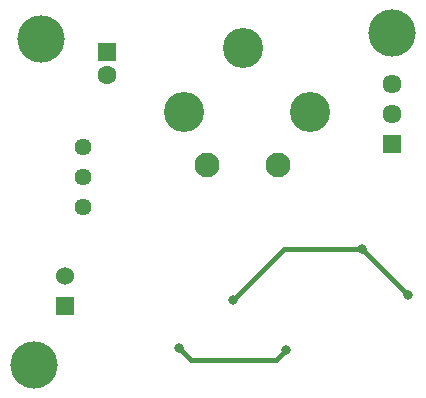
<source format=gbr>
%TF.GenerationSoftware,KiCad,Pcbnew,8.0.0*%
%TF.CreationDate,2024-04-17T17:35:18+02:00*%
%TF.ProjectId,Discharge Controller,44697363-6861-4726-9765-20436f6e7472,rev?*%
%TF.SameCoordinates,Original*%
%TF.FileFunction,Copper,L2,Bot*%
%TF.FilePolarity,Positive*%
%FSLAX46Y46*%
G04 Gerber Fmt 4.6, Leading zero omitted, Abs format (unit mm)*
G04 Created by KiCad (PCBNEW 8.0.0) date 2024-04-17 17:35:18*
%MOMM*%
%LPD*%
G01*
G04 APERTURE LIST*
%TA.AperFunction,ComponentPad*%
%ADD10C,2.100000*%
%TD*%
%TA.AperFunction,ComponentPad*%
%ADD11C,3.400000*%
%TD*%
%TA.AperFunction,ComponentPad*%
%ADD12R,1.610000X1.610000*%
%TD*%
%TA.AperFunction,ComponentPad*%
%ADD13C,1.610000*%
%TD*%
%TA.AperFunction,ComponentPad*%
%ADD14R,1.530000X1.530000*%
%TD*%
%TA.AperFunction,ComponentPad*%
%ADD15C,1.530000*%
%TD*%
%TA.AperFunction,ComponentPad*%
%ADD16C,4.000000*%
%TD*%
%TA.AperFunction,ComponentPad*%
%ADD17C,1.440000*%
%TD*%
%TA.AperFunction,ComponentPad*%
%ADD18R,1.600000X1.600000*%
%TD*%
%TA.AperFunction,ComponentPad*%
%ADD19C,1.600000*%
%TD*%
%TA.AperFunction,ViaPad*%
%ADD20C,0.800000*%
%TD*%
%TA.AperFunction,Conductor*%
%ADD21C,0.400000*%
%TD*%
G04 APERTURE END LIST*
D10*
%TO.P,K2,1*%
%TO.N,Net-(K2-Pad1)*%
X173719500Y-65006500D03*
D11*
%TO.P,K2,2*%
%TO.N,/SC in*%
X176419500Y-60506500D03*
%TO.P,K2,3*%
%TO.N,unconnected-(K2-Pad3)*%
X170719500Y-55106500D03*
%TO.P,K2,4*%
%TO.N,/SC out*%
X165719500Y-60506500D03*
D10*
%TO.P,K2,5*%
%TO.N,+12V*%
X167719500Y-65006500D03*
%TD*%
D12*
%TO.P,J1,1,1*%
%TO.N,/Raw_Relay_Closed*%
X183388000Y-63246000D03*
D13*
%TO.P,J1,2,2*%
%TO.N,/SC in*%
X183388000Y-60706000D03*
%TO.P,J1,3,3*%
%TO.N,/SC out*%
X183388000Y-58166000D03*
%TD*%
D14*
%TO.P,J3,1,1*%
%TO.N,GND*%
X155702000Y-76962000D03*
D15*
%TO.P,J3,2,2*%
%TO.N,+12V*%
X155702000Y-74422000D03*
%TD*%
D16*
%TO.P,,1*%
%TO.N,N/C*%
X153035000Y-81940400D03*
%TD*%
%TO.P,,1*%
%TO.N,N/C*%
X153670000Y-54356000D03*
%TD*%
%TO.P,,1*%
%TO.N,N/C*%
X183388000Y-53848000D03*
%TD*%
D17*
%TO.P,U1,1,+VIN*%
%TO.N,+12V*%
X157226000Y-68580000D03*
%TO.P,U1,2,GND*%
%TO.N,GND*%
X157226000Y-66040000D03*
%TO.P,U1,3,+VOUT*%
%TO.N,+5V*%
X157226000Y-63500000D03*
%TD*%
D18*
%TO.P,C1,1*%
%TO.N,GND*%
X159258000Y-55432888D03*
D19*
%TO.P,C1,2*%
%TO.N,+12V*%
X159258000Y-57432888D03*
%TD*%
D20*
%TO.N,+5V*%
X180848000Y-72136000D03*
X169926000Y-76454000D03*
X184728000Y-75996800D03*
%TO.N,/Relay_Closed*%
X165354000Y-80518000D03*
X174396400Y-80702800D03*
%TD*%
D21*
%TO.N,+5V*%
X184708800Y-75996800D02*
X184728000Y-75996800D01*
X180848000Y-72136000D02*
X184708800Y-75996800D01*
X174244000Y-72136000D02*
X180848000Y-72136000D01*
X169926000Y-76454000D02*
X174244000Y-72136000D01*
%TO.N,/Relay_Closed*%
X174396400Y-80702800D02*
X173565200Y-81534000D01*
X173565200Y-81534000D02*
X166370000Y-81534000D01*
X166370000Y-81534000D02*
X165354000Y-80518000D01*
%TD*%
M02*

</source>
